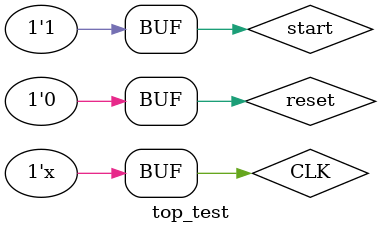
<source format=v>
`timescale 1ns / 1ps

  
module top_test;  

	 
	reg CLK;   
	 
	wire  [7:0] out1,out2,out3,out4,out5,out6,out7,out8;
	wire [31:0]doutb1;
	wire write_clk,read_clk,ena,enb,wea1,reset;
	wire[7:0]data_in1;//,data_in2;
	wire[10:0]addra1;//,addra2;  
	wire[8:0]addrb1;//,addrb2;
	wire[2:0]sel;
	wire [4:0]count;

	
    
	// Instantiate the Unit Under Test (UUT)
	
	agm_sim agm_inst (
		.read_clk(read_clk),
		.write_clk(write_clk),  
		.addra1(addra1),     
		.addrb1(addrb1), 
		.count(count)
	);
		ext_sim uut (
		.clk(write_clk),
		.memory_out1(data_in1)
		
	);
		
	cmt_topmodule cmt_topmodule_inst (
		.CLK(CLK), 
		.RESET(reset),    
		.read_clk(read_clk), 
		.write_clk(write_clk)
	);
	
	

   cm_sim cm_inst (
	   .clk(read_clk),
		.ena(ena), 
		.enb(enb), 
		.wea1(wea1),
		.complete(complete), 
		.sel(sel)
	);
	
	


	bram18 bram_inst1 (
		.clka(write_clk), 
		.ena(ena), 
		.wea(wea1), 
		.addra(addra1), 
		.dina(data_in1), 
		.clkb(read_clk), 
		.enb(enb), 
		.addrb(addrb1), 
		.doutb(doutb1)
	);
	
	
	sm_sim sm_inst1 (
	   .clk(read_clk),     
		.module_in(doutb1),     
		.sel_mux(sel),    
		.out1(out8), 
		.out2(out7), 
		.out3(out6), 
		.out4(out5),
		.out5(out4),
		.out6(out3),
		.out7(out2),
		.out8(out1)
	);

	localparam period=10;
initial     
begin
CLK=0;  
end
always
#period CLK=~CLK;


assign reset=0;
assign start=1;   
endmodule 



</source>
